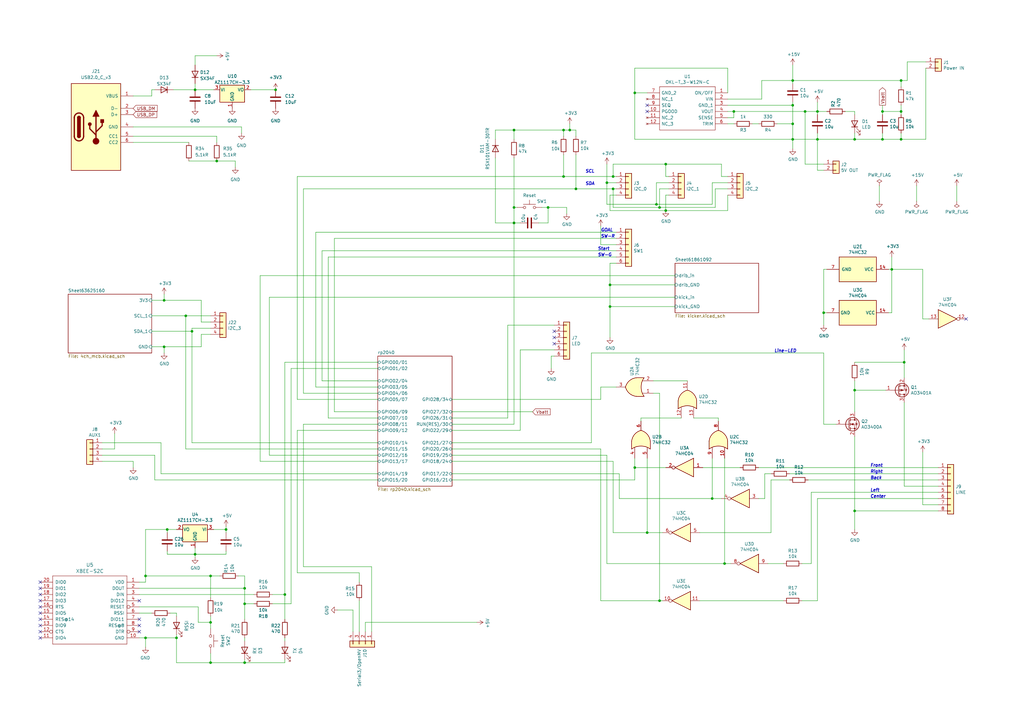
<source format=kicad_sch>
(kicad_sch (version 20211123) (generator eeschema)
  (paper "A3")
  (title_block (title "main board") (date "2022-11-27") (rev "V3.0") (company "Saeki.A"))
  (junction (at 72.39 261.62))
  (junction (at 260.35 191.77))
  (junction (at 325.12 43.18))
  (junction (at 210.82 53.34))
  (junction (at 59.69 261.62))
  (junction (at 113.03 36.83))
  (junction (at 361.95 45.72))
  (junction (at 297.18 231.14))
  (junction (at 251.46 72.39))
  (junction (at 260.35 38.1))
  (junction (at 236.22 77.47))
  (junction (at 233.68 53.34))
  (junction (at 269.24 83.82))
  (junction (at 325.12 57.15))
  (junction (at 250.19 116.84))
  (junction (at 100.33 271.78))
  (junction (at 100.33 247.65))
  (junction (at 224.79 85.09))
  (junction (at 67.31 123.19))
  (junction (at 265.43 218.44))
  (junction (at 231.14 72.39))
  (junction (at 325.12 33.02))
  (junction (at 350.52 160.02))
  (junction (at 350.52 57.15))
  (junction (at 361.95 57.15))
  (junction (at 300.99 45.72))
  (junction (at 335.28 57.15))
  (junction (at 350.52 209.55))
  (junction (at 370.84 148.59))
  (junction (at 86.36 271.78))
  (junction (at 80.01 227.33))
  (junction (at 369.57 57.15))
  (junction (at 248.92 74.93))
  (junction (at 251.46 77.47))
  (junction (at 270.51 246.38))
  (junction (at 59.69 236.22))
  (junction (at 68.58 217.17))
  (junction (at 369.57 33.02))
  (junction (at 86.36 236.22))
  (junction (at 76.2 129.54))
  (junction (at 80.01 36.83))
  (junction (at 292.1 204.47))
  (junction (at 92.71 217.17))
  (junction (at 78.74 135.89))
  (junction (at 335.28 45.72))
  (junction (at 330.2 45.72))
  (junction (at 325.12 50.8))
  (junction (at 369.57 45.72))
  (junction (at 231.14 53.34))
  (junction (at 270.51 85.09))
  (junction (at 273.05 86.36))
  (junction (at 116.84 243.84))
  (junction (at 100.33 241.3))
  (junction (at 210.82 85.09))
  (junction (at 250.19 125.73))
  (junction (at 88.9 66.04))
  (junction (at 67.31 142.24))
  (junction (at 365.76 110.49))
  (junction (at 337.82 128.27))
  (junction (at 273.05 67.31))
  (junction (at 210.82 91.44))
  (junction (at 86.36 255.27))
  (no_connect (at 16.51 248.92))
  (no_connect (at 57.15 246.38))
  (no_connect (at 57.15 259.08))
  (no_connect (at 16.51 251.46))
  (no_connect (at 227.33 140.97))
  (no_connect (at 57.15 256.54))
  (no_connect (at 16.51 259.08))
  (no_connect (at 57.15 254))
  (no_connect (at 16.51 241.3))
  (no_connect (at 265.43 43.18))
  (no_connect (at 16.51 238.76))
  (no_connect (at 16.51 256.54))
  (no_connect (at 396.24 130.81))
  (no_connect (at 227.33 135.89))
  (no_connect (at 227.33 138.43))
  (no_connect (at 16.51 254))
  (no_connect (at 16.51 246.38))
  (no_connect (at 16.51 243.84))
  (no_connect (at 16.51 261.62))
  (no_connect (at 265.43 45.72))
  (wire (pts (xy 335.28 69.85) (xy 337.82 69.85)))
  (wire (pts (xy 41.91 189.23) (xy 54.61 189.23)))
  (wire (pts (xy 325.12 41.91) (xy 325.12 43.18)))
  (wire (pts (xy 110.49 121.92) (xy 110.49 186.69)))
  (wire (pts (xy 250.19 86.36) (xy 273.05 86.36)))
  (wire (pts (xy 82.55 142.24) (xy 82.55 137.16)))
  (wire (pts (xy 335.28 57.15) (xy 350.52 57.15)))
  (wire (pts (xy 76.2 129.54) (xy 62.23 129.54)))
  (wire (pts (xy 116.84 243.84) (xy 116.84 148.59)))
  (wire (pts (xy 59.69 217.17) (xy 59.69 236.22)))
  (wire (pts (xy 68.58 226.06) (xy 68.58 227.33)))
  (wire (pts (xy 86.36 134.62) (xy 78.74 134.62)))
  (wire (pts (xy 62.23 251.46) (xy 57.15 251.46)))
  (wire (pts (xy 267.97 161.29) (xy 270.51 161.29)))
  (wire (pts (xy 316.23 196.85) (xy 316.23 218.44)))
  (wire (pts (xy 279.4 171.45) (xy 262.89 171.45)))
  (wire (pts (xy 298.45 38.1) (xy 298.45 27.94)))
  (wire (pts (xy 82.55 132.08) (xy 86.36 132.08)))
  (wire (pts (xy 76.2 184.15) (xy 76.2 129.54)))
  (wire (pts (xy 116.84 243.84) (xy 111.76 243.84)))
  (wire (pts (xy 370.84 165.1) (xy 370.84 199.39)))
  (wire (pts (xy 231.14 53.34) (xy 233.68 53.34)))
  (wire (pts (xy 72.39 260.35) (xy 72.39 261.62)))
  (wire (pts (xy 360.68 76.2) (xy 360.68 82.55)))
  (wire (pts (xy 350.52 148.59) (xy 370.84 148.59)))
  (wire (pts (xy 96.52 66.04) (xy 96.52 68.58)))
  (wire (pts (xy 288.29 191.77) (xy 303.53 191.77)))
  (wire (pts (xy 236.22 53.34) (xy 236.22 55.88)))
  (wire (pts (xy 332.74 201.93) (xy 332.74 231.14)))
  (wire (pts (xy 325.12 43.18) (xy 325.12 50.8)))
  (wire (pts (xy 57.15 241.3) (xy 100.33 241.3)))
  (wire (pts (xy 330.2 67.31) (xy 337.82 67.31)))
  (wire (pts (xy 78.74 135.89) (xy 62.23 135.89)))
  (wire (pts (xy 41.91 181.61) (xy 66.04 181.61)))
  (wire (pts (xy 365.76 110.49) (xy 365.76 105.41)))
  (wire (pts (xy 210.82 57.15) (xy 210.82 53.34)))
  (wire (pts (xy 262.89 171.45) (xy 262.89 172.72)))
  (wire (pts (xy 378.46 185.42) (xy 378.46 207.01)))
  (wire (pts (xy 260.35 38.1) (xy 260.35 57.15)))
  (wire (pts (xy 369.57 33.02) (xy 369.57 35.56)))
  (wire (pts (xy 100.33 270.51) (xy 100.33 271.78)))
  (wire (pts (xy 231.14 72.39) (xy 251.46 72.39)))
  (wire (pts (xy 260.35 57.15) (xy 325.12 57.15)))
  (wire (pts (xy 242.57 144.78) (xy 337.82 144.78)))
  (wire (pts (xy 41.91 184.15) (xy 46.99 184.15)))
  (wire (pts (xy 185.42 196.85) (xy 260.35 196.85)))
  (wire (pts (xy 260.35 27.94) (xy 260.35 38.1)))
  (wire (pts (xy 72.39 217.17) (xy 68.58 217.17)))
  (wire (pts (xy 124.46 161.29) (xy 154.94 161.29)))
  (wire (pts (xy 325.12 57.15) (xy 335.28 57.15)))
  (wire (pts (xy 129.54 95.25) (xy 129.54 158.75)))
  (wire (pts (xy 300.99 45.72) (xy 330.2 45.72)))
  (wire (pts (xy 248.92 83.82) (xy 269.24 83.82)))
  (wire (pts (xy 233.68 53.34) (xy 236.22 53.34)))
  (wire (pts (xy 331.47 196.85) (xy 384.81 196.85)))
  (wire (pts (xy 68.58 217.17) (xy 59.69 217.17)))
  (wire (pts (xy 210.82 53.34) (xy 231.14 53.34)))
  (wire (pts (xy 392.43 76.2) (xy 392.43 82.55)))
  (wire (pts (xy 121.92 72.39) (xy 231.14 72.39)))
  (wire (pts (xy 62.23 36.83) (xy 63.5 36.83)))
  (wire (pts (xy 384.81 209.55) (xy 350.52 209.55)))
  (wire (pts (xy 252.73 105.41) (xy 134.62 105.41)))
  (wire (pts (xy 124.46 77.47) (xy 236.22 77.47)))
  (wire (pts (xy 273.05 86.36) (xy 273.05 80.01)))
  (wire (pts (xy 78.74 134.62) (xy 78.74 135.89)))
  (wire (pts (xy 270.51 77.47) (xy 270.51 85.09)))
  (wire (pts (xy 325.12 50.8) (xy 325.12 57.15)))
  (wire (pts (xy 63.5 196.85) (xy 154.94 196.85)))
  (wire (pts (xy 378.46 207.01) (xy 384.81 207.01)))
  (wire (pts (xy 97.79 236.22) (xy 100.33 236.22)))
  (wire (pts (xy 121.92 163.83) (xy 121.92 72.39)))
  (wire (pts (xy 116.84 270.51) (xy 116.84 271.78)))
  (wire (pts (xy 251.46 72.39) (xy 252.73 72.39)))
  (wire (pts (xy 350.52 57.15) (xy 361.95 57.15)))
  (wire (pts (xy 233.68 50.8) (xy 233.68 53.34)))
  (wire (pts (xy 384.81 199.39) (xy 370.84 199.39)))
  (wire (pts (xy 69.85 251.46) (xy 72.39 251.46)))
  (wire (pts (xy 54.61 55.88) (xy 88.9 55.88)))
  (wire (pts (xy 248.92 231.14) (xy 297.18 231.14)))
  (wire (pts (xy 57.15 243.84) (xy 104.14 243.84)))
  (wire (pts (xy 100.33 236.22) (xy 100.33 241.3)))
  (wire (pts (xy 132.08 156.21) (xy 154.94 156.21)))
  (wire (pts (xy 246.38 100.33) (xy 246.38 92.71)))
  (wire (pts (xy 325.12 33.02) (xy 369.57 33.02)))
  (wire (pts (xy 110.49 186.69) (xy 154.94 186.69)))
  (wire (pts (xy 147.32 234.95) (xy 147.32 238.76)))
  (wire (pts (xy 132.08 102.87) (xy 132.08 156.21)))
  (wire (pts (xy 116.84 148.59) (xy 154.94 148.59)))
  (wire (pts (xy 372.11 25.4) (xy 379.73 25.4)))
  (wire (pts (xy 185.42 186.69) (xy 248.92 186.69)))
  (wire (pts (xy 287.02 246.38) (xy 321.31 246.38)))
  (wire (pts (xy 335.28 41.91) (xy 335.28 45.72)))
  (wire (pts (xy 292.1 187.96) (xy 292.1 204.47)))
  (wire (pts (xy 337.82 173.99) (xy 342.9 173.99)))
  (wire (pts (xy 242.57 181.61) (xy 242.57 144.78)))
  (wire (pts (xy 361.95 57.15) (xy 369.57 57.15)))
  (wire (pts (xy 350.52 54.61) (xy 350.52 57.15)))
  (wire (pts (xy 337.82 144.78) (xy 337.82 173.99)))
  (wire (pts (xy 325.12 26.67) (xy 325.12 33.02)))
  (wire (pts (xy 81.28 255.27) (xy 86.36 255.27)))
  (wire (pts (xy 116.84 261.62) (xy 116.84 262.89)))
  (wire (pts (xy 251.46 85.09) (xy 270.51 85.09)))
  (wire (pts (xy 62.23 123.19) (xy 67.31 123.19)))
  (wire (pts (xy 339.09 128.27) (xy 337.82 128.27)))
  (wire (pts (xy 121.92 234.95) (xy 121.92 176.53)))
  (wire (pts (xy 137.16 97.79) (xy 252.73 97.79)))
  (wire (pts (xy 81.28 248.92) (xy 81.28 255.27)))
  (wire (pts (xy 337.82 110.49) (xy 337.82 128.27)))
  (wire (pts (xy 124.46 173.99) (xy 154.94 173.99)))
  (wire (pts (xy 248.92 74.93) (xy 248.92 83.82)))
  (wire (pts (xy 298.45 40.64) (xy 312.42 40.64)))
  (wire (pts (xy 106.68 189.23) (xy 154.94 189.23)))
  (wire (pts (xy 273.05 67.31) (xy 273.05 72.39)))
  (wire (pts (xy 246.38 246.38) (xy 270.51 246.38)))
  (wire (pts (xy 87.63 217.17) (xy 92.71 217.17)))
  (wire (pts (xy 92.71 226.06) (xy 92.71 227.33)))
  (wire (pts (xy 298.45 45.72) (xy 300.99 45.72)))
  (wire (pts (xy 384.81 201.93) (xy 332.74 201.93)))
  (wire (pts (xy 236.22 77.47) (xy 251.46 77.47)))
  (wire (pts (xy 78.74 181.61) (xy 154.94 181.61)))
  (wire (pts (xy 210.82 91.44) (xy 210.82 173.99)))
  (wire (pts (xy 80.01 224.79) (xy 80.01 227.33)))
  (wire (pts (xy 72.39 271.78) (xy 72.39 261.62)))
  (wire (pts (xy 116.84 271.78) (xy 100.33 271.78)))
  (wire (pts (xy 72.39 261.62) (xy 59.69 261.62)))
  (wire (pts (xy 323.85 194.31) (xy 384.81 194.31)))
  (wire (pts (xy 254 194.31) (xy 254 204.47)))
  (wire (pts (xy 78.74 181.61) (xy 78.74 135.89)))
  (wire (pts (xy 68.58 227.33) (xy 80.01 227.33)))
  (wire (pts (xy 132.08 102.87) (xy 252.73 102.87)))
  (wire (pts (xy 297.18 187.96) (xy 297.18 231.14)))
  (wire (pts (xy 110.49 121.92) (xy 276.86 121.92)))
  (wire (pts (xy 364.49 110.49) (xy 365.76 110.49)))
  (wire (pts (xy 252.73 100.33) (xy 246.38 100.33)))
  (wire (pts (xy 372.11 33.02) (xy 372.11 25.4)))
  (wire (pts (xy 330.2 45.72) (xy 330.2 67.31)))
  (wire (pts (xy 185.42 163.83) (xy 246.38 163.83)))
  (wire (pts (xy 54.61 189.23) (xy 54.61 191.77)))
  (wire (pts (xy 273.05 67.31) (xy 295.91 67.31)))
  (wire (pts (xy 54.61 52.07) (xy 99.06 52.07)))
  (wire (pts (xy 298.45 86.36) (xy 298.45 80.01)))
  (wire (pts (xy 121.92 163.83) (xy 154.94 163.83)))
  (wire (pts (xy 152.4 232.41) (xy 152.4 259.08)))
  (wire (pts (xy 370.84 148.59) (xy 370.84 154.94)))
  (wire (pts (xy 335.28 204.47) (xy 335.28 246.38)))
  (wire (pts (xy 293.37 77.47) (xy 298.45 77.47)))
  (wire (pts (xy 86.36 271.78) (xy 72.39 271.78)))
  (wire (pts (xy 292.1 204.47) (xy 254 204.47)))
  (wire (pts (xy 100.33 247.65) (xy 100.33 254)))
  (wire (pts (xy 203.2 53.34) (xy 203.2 57.15)))
  (wire (pts (xy 248.92 74.93) (xy 252.73 74.93)))
  (wire (pts (xy 292.1 74.93) (xy 298.45 74.93)))
  (wire (pts (xy 80.01 26.67) (xy 80.01 22.86)))
  (wire (pts (xy 313.69 194.31) (xy 316.23 194.31)))
  (wire (pts (xy 335.28 57.15) (xy 335.28 69.85)))
  (wire (pts (xy 99.06 52.07) (xy 99.06 54.61)))
  (wire (pts (xy 250.19 107.95) (xy 250.19 116.84)))
  (wire (pts (xy 311.15 191.77) (xy 384.81 191.77)))
  (wire (pts (xy 375.92 76.2) (xy 375.92 82.55)))
  (wire (pts (xy 147.32 234.95) (xy 121.92 234.95)))
  (wire (pts (xy 67.31 142.24) (xy 67.31 144.78)))
  (wire (pts (xy 137.16 168.91) (xy 154.94 168.91)))
  (wire (pts (xy 251.46 77.47) (xy 252.73 77.47)))
  (wire (pts (xy 330.2 45.72) (xy 335.28 45.72)))
  (wire (pts (xy 210.82 85.09) (xy 212.09 85.09)))
  (wire (pts (xy 59.69 261.62) (xy 59.69 265.43)))
  (wire (pts (xy 100.33 271.78) (xy 86.36 271.78)))
  (wire (pts (xy 227.33 143.51) (xy 213.36 143.51)))
  (wire (pts (xy 226.06 146.05) (xy 226.06 151.13)))
  (wire (pts (xy 59.69 236.22) (xy 59.69 238.76)))
  (wire (pts (xy 88.9 55.88) (xy 88.9 58.42)))
  (wire (pts (xy 298.45 50.8) (xy 300.99 50.8)))
  (wire (pts (xy 124.46 173.99) (xy 124.46 232.41)))
  (wire (pts (xy 134.62 171.45) (xy 154.94 171.45)))
  (wire (pts (xy 86.36 255.27) (xy 86.36 257.81)))
  (wire (pts (xy 270.51 85.09) (xy 293.37 85.09)))
  (wire (pts (xy 276.86 125.73) (xy 250.19 125.73)))
  (wire (pts (xy 124.46 232.41) (xy 152.4 232.41)))
  (wire (pts (xy 54.61 58.42) (xy 77.47 58.42)))
  (wire (pts (xy 276.86 116.84) (xy 250.19 116.84)))
  (wire (pts (xy 365.76 128.27) (xy 364.49 128.27)))
  (wire (pts (xy 54.61 39.37) (xy 62.23 39.37)))
  (wire (pts (xy 185.42 168.91) (xy 218.44 168.91)))
  (wire (pts (xy 248.92 67.31) (xy 248.92 74.93)))
  (wire (pts (xy 63.5 196.85) (xy 63.5 186.69)))
  (wire (pts (xy 378.46 110.49) (xy 378.46 130.81)))
  (wire (pts (xy 361.95 43.18) (xy 361.95 45.72)))
  (wire (pts (xy 332.74 231.14) (xy 328.93 231.14)))
  (wire (pts (xy 369.57 57.15) (xy 379.73 57.15)))
  (wire (pts (xy 71.12 36.83) (xy 80.01 36.83)))
  (wire (pts (xy 62.23 36.83) (xy 62.23 39.37)))
  (wire (pts (xy 92.71 217.17) (xy 92.71 218.44)))
  (wire (pts (xy 298.45 43.18) (xy 325.12 43.18)))
  (wire (pts (xy 318.77 50.8) (xy 325.12 50.8)))
  (wire (pts (xy 314.96 231.14) (xy 321.31 231.14)))
  (wire (pts (xy 46.99 184.15) (xy 46.99 177.8)))
  (wire (pts (xy 76.2 184.15) (xy 154.94 184.15)))
  (wire (pts (xy 369.57 43.18) (xy 369.57 45.72)))
  (wire (pts (xy 292.1 83.82) (xy 292.1 74.93)))
  (wire (pts (xy 300.99 48.26) (xy 300.99 45.72)))
  (wire (pts (xy 369.57 45.72) (xy 369.57 46.99)))
  (wire (pts (xy 185.42 173.99) (xy 210.82 173.99)))
  (wire (pts (xy 57.15 261.62) (xy 59.69 261.62)))
  (wire (pts (xy 370.84 143.51) (xy 370.84 148.59)))
  (wire (pts (xy 59.69 238.76) (xy 57.15 238.76)))
  (wire (pts (xy 134.62 105.41) (xy 134.62 171.45)))
  (wire (pts (xy 185.42 184.15) (xy 246.38 184.15)))
  (wire (pts (xy 72.39 251.46) (xy 72.39 252.73)))
  (wire (pts (xy 361.95 54.61) (xy 361.95 57.15)))
  (wire (pts (xy 210.82 53.34) (xy 203.2 53.34)))
  (wire (pts (xy 350.52 209.55) (xy 350.52 217.17)))
  (wire (pts (xy 335.28 45.72) (xy 339.09 45.72)))
  (wire (pts (xy 369.57 33.02) (xy 372.11 33.02)))
  (wire (pts (xy 67.31 123.19) (xy 67.31 120.65)))
  (wire (pts (xy 137.16 97.79) (xy 137.16 168.91)))
  (wire (pts (xy 350.52 45.72) (xy 350.52 46.99)))
  (wire (pts (xy 116.84 243.84) (xy 116.84 254)))
  (wire (pts (xy 273.05 80.01) (xy 274.32 80.01)))
  (wire (pts (xy 86.36 236.22) (xy 86.36 245.11)))
  (wire (pts (xy 384.81 204.47) (xy 335.28 204.47)))
  (wire (pts (xy 227.33 133.35) (xy 208.28 133.35)))
  (wire (pts (xy 104.14 247.65) (xy 100.33 247.65)))
  (wire (pts (xy 185.42 194.31) (xy 254 194.31)))
  (wire (pts (xy 260.35 196.85) (xy 260.35 191.77)))
  (wire (pts (xy 251.46 218.44) (xy 265.43 218.44)))
  (wire (pts (xy 378.46 130.81) (xy 381 130.81)))
  (wire (pts (xy 295.91 72.39) (xy 298.45 72.39)))
  (wire (pts (xy 224.79 85.09) (xy 232.41 85.09)))
  (wire (pts (xy 82.55 123.19) (xy 82.55 132.08)))
  (wire (pts (xy 80.01 36.83) (xy 87.63 36.83)))
  (wire (pts (xy 295.91 204.47) (xy 292.1 204.47)))
  (wire (pts (xy 102.87 36.83) (xy 113.03 36.83)))
  (wire (pts (xy 149.86 255.27) (xy 195.58 255.27)))
  (wire (pts (xy 325.12 57.15) (xy 325.12 60.96)))
  (wire (pts (xy 100.33 241.3) (xy 100.33 247.65)))
  (wire (pts (xy 119.38 247.65) (xy 111.76 247.65)))
  (wire (pts (xy 273.05 72.39) (xy 274.32 72.39)))
  (wire (pts (xy 66.04 194.31) (xy 66.04 181.61)))
  (wire (pts (xy 213.36 91.44) (xy 210.82 91.44)))
  (wire (pts (xy 92.71 227.33) (xy 80.01 227.33)))
  (wire (pts (xy 335.28 54.61) (xy 335.28 57.15)))
  (wire (pts (xy 76.2 129.54) (xy 86.36 129.54)))
  (wire (pts (xy 144.78 250.19) (xy 138.43 250.19)))
  (wire (pts (xy 246.38 158.75) (xy 252.73 158.75)))
  (wire (pts (xy 232.41 85.09) (xy 232.41 87.63)))
  (wire (pts (xy 269.24 83.82) (xy 292.1 83.82)))
  (wire (pts (xy 222.25 85.09) (xy 224.79 85.09)))
  (wire (pts (xy 62.23 142.24) (xy 67.31 142.24)))
  (wire (pts (xy 77.47 66.04) (xy 88.9 66.04)))
  (wire (pts (xy 251.46 77.47) (xy 251.46 85.09)))
  (wire (pts (xy 41.91 186.69) (xy 63.5 186.69)))
  (wire (pts (xy 119.38 151.13) (xy 154.94 151.13)))
  (wire (pts (xy 250.19 125.73) (xy 250.19 138.43)))
  (wire (pts (xy 312.42 33.02) (xy 312.42 40.64)))
  (wire (pts (xy 365.76 110.49) (xy 365.76 128.27)))
  (wire (pts (xy 144.78 259.08) (xy 144.78 250.19)))
  (wire (pts (xy 227.33 146.05) (xy 226.06 146.05)))
  (wire (pts (xy 298.45 27.94) (xy 260.35 27.94)))
  (wire (pts (xy 80.01 22.86) (xy 88.9 22.86)))
  (wire (pts (xy 287.02 218.44) (xy 316.23 218.44)))
  (wire (pts (xy 273.05 191.77) (xy 260.35 191.77)))
  (wire (pts (xy 269.24 74.93) (xy 274.32 74.93)))
  (wire (pts (xy 57.15 248.92) (xy 81.28 248.92)))
  (wire (pts (xy 265.43 187.96) (xy 265.43 218.44)))
  (wire (pts (xy 251.46 189.23) (xy 251.46 218.44)))
  (wire (pts (xy 246.38 184.15) (xy 246.38 246.38)))
  (wire (pts (xy 313.69 204.47) (xy 313.69 194.31)))
  (wire (pts (xy 246.38 163.83) (xy 246.38 158.75)))
  (wire (pts (xy 270.51 77.47) (xy 274.32 77.47)))
  (wire (pts (xy 121.92 176.53) (xy 154.94 176.53)))
  (wire (pts (xy 335.28 45.72) (xy 335.28 46.99)))
  (wire (pts (xy 92.71 217.17) (xy 92.71 215.9)))
  (wire (pts (xy 251.46 72.39) (xy 251.46 67.31)))
  (wire (pts (xy 379.73 27.94) (xy 379.73 57.15)))
  (wire (pts (xy 66.04 194.31) (xy 154.94 194.31)))
  (wire (pts (xy 335.28 246.38) (xy 328.93 246.38)))
  (wire (pts (xy 100.33 261.62) (xy 100.33 262.89)))
  (wire (pts (xy 67.31 142.24) (xy 82.55 142.24)))
  (wire (pts (xy 298.45 48.26) (xy 300.99 48.26)))
  (wire (pts (xy 88.9 66.04) (xy 96.52 66.04)))
  (wire (pts (xy 220.98 91.44) (xy 224.79 91.44)))
  (wire (pts (xy 210.82 85.09) (xy 210.82 91.44)))
  (wire (pts (xy 369.57 54.61) (xy 369.57 57.15)))
  (wire (pts (xy 339.09 110.49) (xy 337.82 110.49)))
  (wire (pts (xy 312.42 33.02) (xy 325.12 33.02)))
  (wire (pts (xy 80.01 34.29) (xy 80.01 36.83)))
  (wire (pts (xy 250.19 80.01) (xy 250.19 86.36)))
  (wire (pts (xy 119.38 151.13) (xy 119.38 247.65)))
  (wire (pts (xy 90.17 236.22) (xy 86.36 236.22)))
  (wire (pts (xy 124.46 161.29) (xy 124.46 77.47)))
  (wire (pts (xy 82.55 137.16) (xy 86.36 137.16)))
  (wire (pts (xy 350.52 179.07) (xy 350.52 209.55)))
  (wire (pts (xy 294.64 171.45) (xy 294.64 172.72)))
  (wire (pts (xy 270.51 161.29) (xy 270.51 246.38)))
  (wire (pts (xy 231.14 55.88) (xy 231.14 53.34)))
  (wire (pts (xy 185.42 189.23) (xy 251.46 189.23)))
  (wire (pts (xy 297.18 231.14) (xy 299.72 231.14)))
  (wire (pts (xy 86.36 267.97) (xy 86.36 271.78)))
  (wire (pts (xy 210.82 64.77) (xy 210.82 85.09)))
  (wire (pts (xy 185.42 176.53) (xy 213.36 176.53)))
  (wire (pts (xy 346.71 45.72) (xy 350.52 45.72)))
  (wire (pts (xy 147.32 246.38) (xy 147.32 259.08)))
  (wire (pts (xy 185.42 171.45) (xy 208.28 171.45)))
  (wire (pts (xy 260.35 187.96) (xy 260.35 191.77)))
  (wire (pts (xy 248.92 186.69) (xy 248.92 231.14)))
  (wire (pts (xy 316.23 196.85) (xy 323.85 196.85)))
  (wire (pts (xy 208.28 133.35) (xy 208.28 171.45)))
  (wire (pts (xy 363.22 160.02) (xy 350.52 160.02)))
  (wire (pts (xy 224.79 91.44) (xy 224.79 85.09)))
  (wire (pts (xy 252.73 80.01) (xy 250.19 80.01)))
  (wire (pts (xy 365.76 110.49) (xy 378.46 110.49)))
  (wire (pts (xy 265.43 38.1) (xy 260.35 38.1)))
  (wire (pts (xy 269.24 74.93) (xy 269.24 83.82)))
  (wire (pts (xy 252.73 107.95) (xy 250.19 107.95)))
  (wire (pts (xy 361.95 45.72) (xy 369.57 45.72)))
  (wire (pts (xy 203.2 64.77) (xy 203.2 91.44)))
  (wire (pts (xy 106.68 113.03) (xy 106.68 189.23)))
  (wire (pts (xy 213.36 143.51) (xy 213.36 176.53)))
  (wire (pts (xy 267.97 156.21) (xy 281.94 156.21)))
  (wire (pts (xy 67.31 123.19) (xy 82.55 123.19)))
  (wire (pts (xy 86.36 236.22) (xy 59.69 236.22)))
  (wire (pts (xy 350.52 156.21) (xy 350.52 160.02)))
  (wire (pts (xy 203.2 91.44) (xy 210.82 91.44)))
  (wire (pts (xy 185.42 181.61) (xy 242.57 181.61)))
  (wire (pts (xy 273.05 86.36) (xy 298.45 86.36)))
  (wire (pts (xy 149.86 255.27) (xy 149.86 259.08)))
  (wire (pts (xy 129.54 95.25) (xy 252.73 95.25)))
  (wire (pts (xy 251.46 67.31) (xy 273.05 67.31)))
  (wire (pts (xy 129.54 158.75) (xy 154.94 158.75)))
  (wire (pts (xy 270.51 246.38) (xy 271.78 246.38)))
  (wire (pts (xy 308.61 50.8) (xy 311.15 50.8)))
  (wire (pts (xy 231.14 63.5) (xy 231.14 72.39)))
  (wire (pts (xy 337.82 128.27) (xy 337.82 133.35)))
  (wire (pts (xy 361.95 46.99) (xy 361.95 45.72)))
  (wire (pts (xy 293.37 85.09) (xy 293.37 77.47)))
  (wire (pts (xy 350.52 160.02) (xy 350.52 168.91)))
  (wire (pts (xy 236.22 63.5) (xy 236.22 77.47)))
  (wire (pts (xy 284.48 171.45) (xy 294.64 171.45)))
  (wire (pts (xy 250.19 116.84) (xy 250.19 125.73)))
  (wire (pts (xy 106.68 113.03) (xy 276.86 113.03)))
  (wire (pts (xy 80.01 227.33) (xy 80.01 228.6)))
  (wire (pts (xy 311.15 204.47) (xy 313.69 204.47)))
  (wire (pts (xy 271.78 218.44) (xy 265.43 218.44)))
  (wire (pts (xy 86.36 252.73) (xy 86.36 255.27)))
  (wire (pts (xy 68.58 218.44) (xy 68.58 217.17)))
  (wire (pts (xy 325.12 34.29) (xy 325.12 33.02)))
  (wire (pts (xy 295.91 67.31) (xy 295.91 72.39)))
  (text "SW-G" (at 245.11 105.41 0) (effects (font (size 1.27 1.27) (thickness 0.254) bold italic) (justify left bottom)))
  (text "Line-LED" (at 317.5 144.78 0) (effects (font (size 1.27 1.27) (thickness 0.254) bold italic) (justify left bottom)))
  (text "GOAL" (at 246.38 95.25 0) (effects (font (size 1.27 1.27) (thickness 0.254) bold italic) (justify left bottom)))
  (text "Front" (at 356.87 191.77 0) (effects (font (size 1.27 1.27) (thickness 0.254) bold italic) (justify left bottom)))
  (text "SCL" (at 240.03 71.12 0) (effects (font (size 1.27 1.27) (thickness 0.254) bold italic) (justify left bottom)))
  (text "Center" (at 356.87 204.47 0) (effects (font (size 1.27 1.27) (thickness 0.254) bold italic) (justify left bottom)))
  (text "SDA" (at 240.03 76.2 0) (effects (font (size 1.27 1.27) (thickness 0.254) bold italic) (justify left bottom)))
  (text "Back" (at 356.87 196.85 0) (effects (font (size 1.27 1.27) (thickness 0.254) bold italic) (justify left bottom)))
  (text "Left" (at 356.87 201.93 0) (effects (font (size 1.27 1.27) (thickness 0.254) bold italic) (justify left bottom)))
  (text "Start" (at 245.11 102.87 0) (effects (font (size 1.27 1.27) (thickness 0.254) bold italic) (justify left bottom)))
  (text "Right" (at 356.87 194.31 0) (effects (font (size 1.27 1.27) (thickness 0.254) bold italic) (justify left bottom)))
  (text "SW-R" (at 246.38 97.79 0) (effects (font (size 1.27 1.27) (thickness 0.254) bold italic) (justify left bottom)))
  (global_label "Vbatt" (shape output) (at 361.95 43.18 90) (property "Intersheet References" "${INTERSHEET_REFS}" (effects hide)))
  (global_label "USB_DM" (shape input) (at 54.61 44.45 0) (property "シート間のリファレンス" "${INTERSHEET_REFS}" (effects hide)))
  (global_label "Vbatt" (shape input) (at 218.44 168.91 0) (property "Intersheet References" "${INTERSHEET_REFS}" (effects hide)))
  (global_label "USB_DP" (shape input) (at 54.61 46.99 0) (property "シート間のリファレンス" "${INTERSHEET_REFS}" (effects hide)))
  (symbol (lib_id "Device:C") (at 325.12 38.1 0) (unit 1)
    (property "Reference" "C1" (at 328.041 36.9316 0) (effects (justify left)))
    (property "Value" "10u" (at 328.041 39.243 0) (effects (justify left)))
    (property "Footprint" "Capacitor_SMD:C_0603_1608Metric_Pad1.08x0.95mm_HandSolder" (effects hide))
  )
  (symbol (lib_id "Device:C") (at 335.28 50.8 0) (unit 1)
    (property "Reference" "C2" (at 338.201 49.6316 0) (effects (justify left)))
    (property "Value" "10u" (at 338.201 51.943 0) (effects (justify left)))
    (property "Footprint" "Capacitor_SMD:C_0603_1608Metric_Pad1.08x0.95mm_HandSolder" (effects hide))
  )
  (symbol (lib_id "0.main.mega:OKL-T_6-W12N-C") (at 298.45 38.1 0) (mirror y) (unit 1)
    (property "Reference" "U1" (at 281.94 31.369 0))
    (property "Value" "OKL-T_3-W12N-C" (at 281.94 33.6804 0))
    (property "Footprint" "0.main.robot:OKL-T3-W12N-C" (effects hide))
    (property "Description" "MURATA POWER SOLUTIONS - OKL-T/6-W12N-C - DC/DC CONVERTER, 30W, ADJ OUTPUT" (effects hide))
    (property "Manufacturer_Name" "Murata Electronics" (effects hide))
    (property "Manufacturer_Part_Number" "OKL-T/6-W12N-C" (effects hide))
    (property "Mouser Part Number" "580-OKL-T/6-W12N-C" (effects hide))
    (property "Mouser Price/Stock" "https://www.mouser.com/Search/Refine.aspx?Keyword=580-OKL-T%2F6-W12N-C" (effects hide))
    (property "RS Part Number" "1736944P" (effects hide))
    (property "RS Price/Stock" "http://uk.rs-online.com/web/p/products/1736944P" (effects hide))
  )
  (symbol (lib_id "power:+5V") (at 370.84 143.51 0) (unit 1)
    (property "Reference" "#PWR016" (effects hide))
    (property "Value" "+5V" (at 371.221 139.1158 0))
  )
  (symbol (lib_id "power:GND") (at 350.52 217.17 0) (unit 1)
    (property "Reference" "#PWR023" (effects hide))
    (property "Value" "GND" (at 350.647 221.5642 0))
  )
  (symbol (lib_id "Connector_Generic:Conn_01x04") (at 257.81 74.93 0) (unit 1)
    (property "Reference" "J3" (at 259.842 75.1332 0) (effects (justify left)))
    (property "Value" "I2C_0" (at 259.842 77.4446 0) (effects (justify left)))
    (property "Footprint" "0.main.robot:JSTB4B-ZR" (effects hide))
  )
  (symbol (lib_id "Device:R") (at 231.14 59.69 0) (unit 1)
    (property "Reference" "R6" (at 226.06 58.42 0) (effects (justify left)))
    (property "Value" "10k" (at 226.06 60.96 0) (effects (justify left)))
    (property "Footprint" "Resistor_SMD:R_0603_1608Metric_Pad0.98x0.95mm_HandSolder" (effects hide))
  )
  (symbol (lib_id "Device:R") (at 236.22 59.69 0) (unit 1)
    (property "Reference" "R7" (at 237.998 58.5216 0) (effects (justify left)))
    (property "Value" "10k" (at 237.998 60.833 0) (effects (justify left)))
    (property "Footprint" "Resistor_SMD:R_0603_1608Metric_Pad0.98x0.95mm_HandSolder" (effects hide))
  )
  (symbol (lib_id "power:GND") (at 138.43 250.19 270) (unit 1)
    (property "Reference" "#PWR025" (effects hide))
    (property "Value" "GND" (at 134.0358 250.317 0))
  )
  (symbol (lib_id "power:GND") (at 337.82 133.35 0) (unit 1)
    (property "Reference" "#PWR014" (effects hide))
    (property "Value" "GND" (at 337.947 137.7442 0))
  )
  (symbol (lib_id "Connector_Generic:Conn_01x02") (at 384.81 25.4 0) (unit 1)
    (property "Reference" "J1" (at 386.842 25.6032 0) (effects (justify left)))
    (property "Value" "Power IN" (at 386.842 27.9146 0) (effects (justify left)))
    (property "Footprint" "Connector_JST:JST_XH_B2B-XH-A_1x02_P2.50mm_Vertical" (effects hide))
  )
  (symbol (lib_id "Device:R") (at 304.8 50.8 270) (unit 1)
    (property "Reference" "R3" (at 304.8 53.34 90))
    (property "Value" "1k" (at 304.8 47.8536 90))
    (property "Footprint" "Resistor_THT:R_Axial_DIN0204_L3.6mm_D1.6mm_P5.08mm_Horizontal" (effects hide))
  )
  (symbol (lib_id "Device:R") (at 314.96 50.8 270) (unit 1)
    (property "Reference" "R4" (at 314.96 53.34 90))
    (property "Value" "330" (at 314.96 47.8536 90))
    (property "Footprint" "Resistor_THT:R_Axial_DIN0204_L3.6mm_D1.6mm_P5.08mm_Horizontal" (effects hide))
  )
  (symbol (lib_id "power:GND") (at 325.12 60.96 0) (unit 1)
    (property "Reference" "#PWR04" (effects hide))
    (property "Value" "GND" (at 325.247 65.3542 0))
  )
  (symbol (lib_id "Device:R") (at 342.9 45.72 90) (unit 1)
    (property "Reference" "R2" (at 341.7316 43.942 0) (effects (justify left)))
    (property "Value" "470" (at 344.043 43.942 0) (effects (justify left)))
    (property "Footprint" "Resistor_SMD:R_0603_1608Metric_Pad0.98x0.95mm_HandSolder" (effects hide))
  )
  (symbol (lib_id "power:+5V") (at 335.28 41.91 0) (unit 1)
    (property "Reference" "#PWR02" (effects hide))
    (property "Value" "+5V" (at 335.661 37.5158 0))
  )
  (symbol (lib_id "Connector_Generic:Conn_01x04") (at 149.86 264.16 270) (unit 1)
    (property "Reference" "J10" (at 149.6568 266.192 0) (effects (justify left)))
    (property "Value" "Serial3/OpenMV" (at 147.3454 266.192 0) (effects (justify left)))
    (property "Footprint" "0.main.robot:JSTB4B-ZR" (effects hide))
  )
  (symbol (lib_id "power:+5V") (at 392.43 76.2 0) (unit 1)
    (property "Reference" "#PWR07" (effects hide))
    (property "Value" "+5V" (at 392.811 71.8058 0))
  )
  (symbol (lib_id "power:GND") (at 360.68 82.55 0) (unit 1)
    (property "Reference" "#PWR08" (effects hide))
    (property "Value" "GND" (at 360.807 86.9442 0))
  )
  (symbol (lib_id "power:PWR_FLAG") (at 360.68 76.2 0) (unit 1)
    (property "Reference" "#FLG01" (effects hide))
    (property "Value" "PWR_FLAG" (at 360.68 71.8058 0))
  )
  (symbol (lib_id "power:PWR_FLAG") (at 392.43 82.55 180) (unit 1)
    (property "Reference" "#FLG03" (effects hide))
    (property "Value" "PWR_FLAG" (at 392.43 86.9442 0))
  )
  (symbol (lib_id "74xx:74LS32") (at 260.35 158.75 180) (unit 1)
    (property "Reference" "U2" (at 259.1816 154.178 90) (effects (justify right)))
    (property "Value" "74HC32" (at 261.493 154.178 90) (effects (justify right)))
    (property "Footprint" "0.main.robot:SOP14W" (effects hide))
    (property "Datasheet" "http://www.ti.com/lit/gpn/sn74LS32" (effects hide))
  )
  (symbol (lib_id "74xx:74LS32") (at 262.89 180.34 90) (unit 2)
    (property "Reference" "U2" (at 267.462 179.1716 90) (effects (justify right)))
    (property "Value" "74HC32" (at 267.462 181.483 90) (effects (justify right)))
    (property "Footprint" "0.main.robot:SOP14W" (effects hide))
    (property "Datasheet" "http://www.ti.com/lit/gpn/sn74LS32" (effects hide))
  )
  (symbol (lib_id "74xx:74LS32") (at 294.64 180.34 90) (unit 3)
    (property "Reference" "U2" (at 299.212 179.1716 90) (effects (justify right)))
    (property "Value" "74HC32" (at 299.212 181.483 90) (effects (justify right)))
    (property "Footprint" "0.main.robot:SOP14W" (effects hide))
    (property "Datasheet" "http://www.ti.com/lit/gpn/sn74LS32" (effects hide))
  )
  (symbol (lib_id "Device:R") (at 369.57 50.8 0) (unit 1)
    (property "Reference" "R5" (at 371.348 49.6316 0) (effects (justify left)))
    (property "Value" "10k" (at 371.348 51.943 0) (effects (justify left)))
    (property "Footprint" "Resistor_SMD:R_0603_1608Metric_Pad0.98x0.95mm_HandSolder" (effects hide))
  )
  (symbol (lib_id "Device:R") (at 369.57 39.37 0) (unit 1)
    (property "Reference" "R1" (at 371.348 38.2016 0) (effects (justify left)))
    (property "Value" "47k" (at 371.348 40.513 0) (effects (justify left)))
    (property "Footprint" "Resistor_SMD:R_0603_1608Metric_Pad0.98x0.95mm_HandSolder" (effects hide))
  )
  (symbol (lib_id "Device:C") (at 361.95 50.8 0) (unit 1)
    (property "Reference" "C3" (at 364.871 49.6316 0) (effects (justify left)))
    (property "Value" "10u" (at 364.871 51.943 0) (effects (justify left)))
    (property "Footprint" "Capacitor_SMD:C_0603_1608Metric_Pad1.08x0.95mm_HandSolder" (effects hide))
  )
  (symbol (lib_id "Device:Q_NMOS_GSD") (at 347.98 173.99 0) (unit 1)
    (property "Reference" "Q2" (at 353.2124 172.8216 0) (effects (justify left)))
    (property "Value" "AO3400A" (at 353.2124 175.133 0) (effects (justify left)))
    (property "Footprint" "Package_TO_SOT_SMD:SOT-23_Handsoldering" (effects hide))
  )
  (symbol (lib_id "Connector_Generic:Conn_01x04") (at 279.4 74.93 0) (unit 1)
    (property "Reference" "J4" (at 281.432 75.1332 0) (effects (justify left)))
    (property "Value" "I2C_1" (at 281.432 77.4446 0) (effects (justify left)))
    (property "Footprint" "0.main.robot:JSTB4B-ZR" (effects hide))
  )
  (symbol (lib_id "Switch:SW_Push") (at 217.17 85.09 0) (unit 1)
    (property "Reference" "SW1" (at 222.25 82.55 0))
    (property "Value" "Reset" (at 217.17 80.1624 0))
    (property "Footprint" "0.main.robot:THAU13-AB-R" (effects hide))
  )
  (symbol (lib_id "74xx:74HC04") (at 280.67 191.77 0) (mirror y) (unit 1)
    (property "Reference" "U3" (at 280.67 183.7182 0))
    (property "Value" "74HC04" (at 280.67 186.0296 0))
    (property "Footprint" "0.main.robot:SOP14W" (effects hide))
    (property "Datasheet" "https://assets.nexperia.com/documents/data-sheet/74HC_HCT04.pdf" (effects hide))
  )
  (symbol (lib_id "74xx:74HC04") (at 303.53 204.47 0) (mirror y) (unit 2)
    (property "Reference" "U3" (at 303.53 196.4182 0))
    (property "Value" "74HC04" (at 303.53 198.7296 0))
    (property "Footprint" "0.main.robot:SOP14W" (effects hide))
    (property "Datasheet" "https://assets.nexperia.com/documents/data-sheet/74HC_HCT04.pdf" (effects hide))
  )
  (symbol (lib_id "74xx:74HC04") (at 279.4 218.44 0) (mirror y) (unit 3)
    (property "Reference" "U3" (at 279.4 210.3882 0))
    (property "Value" "74HC04" (at 279.4 212.6996 0))
    (property "Footprint" "0.main.robot:SOP14W" (effects hide))
    (property "Datasheet" "https://assets.nexperia.com/documents/data-sheet/74HC_HCT04.pdf" (effects hide))
  )
  (symbol (lib_id "74xx:74HC04") (at 307.34 231.14 0) (mirror y) (unit 4)
    (property "Reference" "U3" (at 307.34 223.0882 0))
    (property "Value" "74HC04" (at 307.34 225.3996 0))
    (property "Footprint" "0.main.robot:SOP14W" (effects hide))
    (property "Datasheet" "https://assets.nexperia.com/documents/data-sheet/74HC_HCT04.pdf" (effects hide))
  )
  (symbol (lib_id "74xx:74HC04") (at 351.79 128.27 270) (unit 7)
    (property "Reference" "U3" (at 351.79 118.9482 90))
    (property "Value" "74HC04" (at 351.79 121.2596 90))
    (property "Footprint" "0.main.robot:SOP14W" (effects hide))
    (property "Datasheet" "https://assets.nexperia.com/documents/data-sheet/74HC_HCT04.pdf" (effects hide))
  )
  (symbol (lib_id "power:GND") (at 232.41 87.63 0) (unit 1)
    (property "Reference" "#PWR010" (effects hide))
    (property "Value" "GND" (at 232.537 92.0242 0))
  )
  (symbol (lib_id "74xx:74HC04") (at 388.62 130.81 0) (unit 6)
    (property "Reference" "U3" (at 388.62 122.7582 0))
    (property "Value" "74HC04" (at 388.62 125.0696 0))
    (property "Footprint" "0.main.robot:SOP14W" (effects hide))
    (property "Datasheet" "https://assets.nexperia.com/documents/data-sheet/74HC_HCT04.pdf" (effects hide))
  )
  (symbol (lib_id "74xx:74HC04") (at 279.4 246.38 0) (mirror y) (unit 5)
    (property "Reference" "U3" (at 279.4 238.3282 0))
    (property "Value" "74HC04" (at 279.4 240.6396 0))
    (property "Footprint" "0.main.robot:SOP14W" (effects hide))
    (property "Datasheet" "https://assets.nexperia.com/documents/data-sheet/74HC_HCT04.pdf" (effects hide))
  )
  (symbol (lib_id "74xx:74LS32") (at 281.94 163.83 90) (unit 4)
    (property "Reference" "U2" (at 286.512 162.6616 90) (effects (justify right)))
    (property "Value" "74HC32" (at 286.512 164.973 90) (effects (justify right)))
    (property "Footprint" "0.main.robot:SOP14W" (effects hide))
    (property "Datasheet" "http://www.ti.com/lit/gpn/sn74LS32" (effects hide))
  )
  (symbol (lib_id "power:+3V3") (at 365.76 105.41 0) (unit 1)
    (property "Reference" "#PWR012" (effects hide))
    (property "Value" "+3V3" (at 366.141 101.0158 0))
  )
  (symbol (lib_id "power:+3V3") (at 378.46 185.42 0) (unit 1)
    (property "Reference" "#PWR020" (effects hide))
    (property "Value" "+3V3" (at 378.841 181.0258 0))
  )
  (symbol (lib_id "power:+3V3") (at 233.68 50.8 0) (unit 1)
    (property "Reference" "#PWR03" (effects hide))
    (property "Value" "+3V3" (at 234.061 46.4058 0))
  )
  (symbol (lib_id "Device:LED") (at 350.52 50.8 90) (unit 1)
    (property "Reference" "D1" (at 353.4918 49.8094 90) (effects (justify right)))
    (property "Value" "LED" (at 353.4918 52.1208 90) (effects (justify right)))
    (property "Footprint" "0.main.robot:LED_SMLE13WBC8W1" (effects hide))
  )
  (symbol (lib_id "power:+5V") (at 195.58 255.27 270) (unit 1)
    (property "Reference" "#PWR026" (effects hide))
    (property "Value" "+5V" (at 199.9742 255.651 0))
  )
  (symbol (lib_id "74xx:74LS32") (at 351.79 110.49 270) (unit 5)
    (property "Reference" "U2" (at 351.79 101.1682 90))
    (property "Value" "74HC32" (at 351.79 103.4796 90))
    (property "Footprint" "0.main.robot:SOP14W" (effects hide))
    (property "Datasheet" "http://www.ti.com/lit/gpn/sn74LS32" (effects hide))
  )
  (symbol (lib_id "Connector_Generic:Conn_01x08") (at 389.89 199.39 0) (unit 1)
    (property "Reference" "J9" (at 391.922 199.5932 0) (effects (justify left)))
    (property "Value" "LINE" (at 391.922 201.9046 0) (effects (justify left)))
    (property "Footprint" "0.main.robot:JSTB8B-ZR" (effects hide))
  )
  (symbol (lib_id "power:GND") (at 273.05 86.36 0) (unit 1)
    (property "Reference" "#PWR09" (effects hide))
    (property "Value" "GND" (at 273.177 90.7542 0))
  )
  (symbol (lib_id "power:GND") (at 250.19 138.43 0) (unit 1)
    (property "Reference" "#PWR015" (effects hide))
    (property "Value" "GND" (at 250.317 142.8242 0))
  )
  (symbol (lib_id "Connector_Generic:Conn_01x06") (at 257.81 100.33 0) (unit 1)
    (property "Reference" "J6" (at 259.842 100.5332 0) (effects (justify left)))
    (property "Value" "SW1" (at 259.842 102.8446 0) (effects (justify left)))
    (property "Footprint" "0.main.robot:JSTB6B-ZR" (effects hide))
  )
  (symbol (lib_id "power:+15V") (at 325.12 26.67 0) (unit 1)
    (property "Reference" "#PWR01" (effects hide))
    (property "Value" "+15V" (at 325.501 22.2758 0))
  )
  (symbol (lib_id "power:+15V") (at 375.92 76.2 0) (unit 1)
    (property "Reference" "#PWR06" (effects hide))
    (property "Value" "+15V" (at 376.301 71.8058 0))
  )
  (symbol (lib_id "power:PWR_FLAG") (at 375.92 82.55 180) (unit 1)
    (property "Reference" "#FLG02" (effects hide))
    (property "Value" "PWR_FLAG" (at 375.92 86.9442 0))
  )
  (symbol (lib_id "Device:R") (at 93.98 236.22 90) (mirror x) (unit 1)
    (property "Reference" "R14" (at 92.71 231.14 0) (effects (justify left)))
    (property "Value" "10k" (at 95.25 231.14 0) (effects (justify left)))
    (property "Footprint" "Resistor_SMD:R_0603_1608Metric_Pad0.98x0.95mm_HandSolder" (effects hide))
  )
  (symbol (lib_id "power:GND") (at 59.69 265.43 0) (mirror y) (unit 1)
    (property "Reference" "#PWR027" (effects hide))
    (property "Value" "GND" (at 59.563 269.8242 0))
  )
  (symbol (lib_id "Device:R") (at 107.95 243.84 90) (mirror x) (unit 1)
    (property "Reference" "R16" (at 107.95 238.5822 90))
    (property "Value" "10k" (at 107.95 240.8936 90))
    (property "Footprint" "Resistor_SMD:R_0603_1608Metric_Pad0.98x0.95mm_HandSolder" (effects hide))
  )
  (symbol (lib_id "Device:R") (at 107.95 247.65 90) (mirror x) (unit 1)
    (property "Reference" "R18" (at 107.95 252.73 90))
    (property "Value" "10k" (at 107.95 250.19 90))
    (property "Footprint" "Resistor_SMD:R_0603_1608Metric_Pad0.98x0.95mm_HandSolder" (effects hide))
  )
  (symbol (lib_id "0.main.robot.library:XBEE-S2C") (at 36.83 248.92 0) (mirror y) (unit 1)
    (property "Reference" "U5" (at 36.83 231.6988 0) (effects (font (size 1.4224 1.4224))))
    (property "Value" "XBEE-S2C" (at 36.83 234.2388 0) (effects (font (size 1.4224 1.4224))))
    (property "Footprint" "0.main.robot:XBEE-S2C" (effects hide))
  )
  (symbol (lib_id "Device:LED") (at 72.39 256.54 90) (unit 1)
    (property "Reference" "D2" (at 78.867 256.7178 0))
    (property "Value" "RSSI" (at 76.5556 256.7178 0))
    (property "Footprint" "LED_SMD:LED_0603_1608Metric_Pad1.05x0.95mm_HandSolder" (effects hide))
  )
  (symbol (lib_id "Device:R") (at 66.04 251.46 90) (mirror x) (unit 1)
    (property "Reference" "R20" (at 64.8716 253.238 0) (effects (justify left)))
    (property "Value" "470" (at 67.183 253.238 0) (effects (justify left)))
    (property "Footprint" "Resistor_SMD:R_0603_1608Metric_Pad0.98x0.95mm_HandSolder" (effects hide))
  )
  (symbol (lib_id "Device:LED") (at 100.33 266.7 90) (unit 1)
    (property "Reference" "D3" (at 106.807 266.8778 0))
    (property "Value" "RX" (at 104.4956 266.8778 0))
    (property "Footprint" "LED_SMD:LED_0603_1608Metric_Pad1.05x0.95mm_HandSolder" (effects hide))
  )
  (symbol (lib_id "Device:R") (at 100.33 257.81 0) (mirror y) (unit 1)
    (property "Reference" "R21" (at 98.552 256.6416 0) (effects (justify left)))
    (property "Value" "470" (at 98.552 258.953 0) (effects (justify left)))
    (property "Footprint" "Resistor_SMD:R_0603_1608Metric_Pad0.98x0.95mm_HandSolder" (effects hide))
  )
  (symbol (lib_id "Device:LED") (at 116.84 266.7 90) (unit 1)
    (property "Reference" "D4" (at 123.317 266.8778 0))
    (property "Value" "TX" (at 121.0056 266.8778 0))
    (property "Footprint" "LED_SMD:LED_0603_1608Metric_Pad1.05x0.95mm_HandSolder" (effects hide))
  )
  (symbol (lib_id "Device:R") (at 116.84 257.81 0) (mirror y) (unit 1)
    (property "Reference" "R22" (at 115.062 256.6416 0) (effects (justify left)))
    (property "Value" "470" (at 115.062 258.953 0) (effects (justify left)))
    (property "Footprint" "Resistor_SMD:R_0603_1608Metric_Pad0.98x0.95mm_HandSolder" (effects hide))
  )
  (symbol (lib_id "Connector_Generic:Conn_01x04") (at 36.83 184.15 0) (mirror y) (unit 1)
    (property "Reference" "J8" (at 38.9128 176.0982 0))
    (property "Value" "AUX1" (at 38.9128 178.4096 0))
    (property "Footprint" "0.main.robot:JSTB4B-ZR" (effects hide))
  )
  (symbol (lib_id "power:GND") (at 54.61 191.77 0) (unit 1)
    (property "Reference" "#PWR021" (effects hide))
    (property "Value" "GND" (at 54.737 196.1642 0))
  )
  (symbol (lib_id "power:+3V3") (at 246.38 92.71 0) (unit 1)
    (property "Reference" "#PWR011" (effects hide))
    (property "Value" "+3V3" (at 246.761 88.3158 0))
  )
  (symbol (lib_id "Regulator_Linear:AZ1084-2.85") (at 80.01 217.17 0) (mirror y) (unit 1)
    (property "Reference" "U4" (at 80.01 211.0232 0))
    (property "Value" "AZ1117CH-3.3" (at 80.01 213.3346 0))
    (property "Footprint" "Package_TO_SOT_SMD:SOT-223-3_TabPin2" (effects hide))
    (property "Datasheet" "https://www.diodes.com/assets/Datasheets/AZ1084.pdf" (effects hide))
  )
  (symbol (lib_id "power:GND") (at 80.01 228.6 0) (unit 1)
    (property "Reference" "#PWR024" (effects hide))
    (property "Value" "GND" (at 80.137 232.9942 0))
  )
  (symbol (lib_id "power:+5V") (at 92.71 215.9 0) (unit 1)
    (property "Reference" "#PWR022" (effects hide))
    (property "Value" "+5V" (at 93.091 211.5058 0))
  )
  (symbol (lib_id "Device:C") (at 92.71 222.25 0) (unit 1)
    (property "Reference" "C5" (at 95.631 221.0816 0) (effects (justify left)))
    (property "Value" "10u" (at 95.631 223.393 0) (effects (justify left)))
    (property "Footprint" "Capacitor_SMD:C_0603_1608Metric_Pad1.08x0.95mm_HandSolder" (effects hide))
  )
  (symbol (lib_id "Device:R") (at 307.34 191.77 90) (mirror x) (unit 1)
    (property "Reference" "R10" (at 307.34 186.5122 90))
    (property "Value" "10k" (at 307.34 188.8236 90))
    (property "Footprint" "Resistor_SMD:R_0603_1608Metric_Pad0.98x0.95mm_HandSolder" (effects hide))
  )
  (symbol (lib_id "Device:R") (at 320.04 194.31 90) (mirror x) (unit 1)
    (property "Reference" "R11" (at 320.04 189.0522 90))
    (property "Value" "10k" (at 320.04 191.3636 90))
    (property "Footprint" "Resistor_SMD:R_0603_1608Metric_Pad0.98x0.95mm_HandSolder" (effects hide))
  )
  (symbol (lib_id "Device:R") (at 327.66 196.85 90) (mirror x) (unit 1)
    (property "Reference" "R12" (at 327.66 191.5922 90))
    (property "Value" "10k" (at 327.66 193.9036 90))
    (property "Footprint" "Resistor_SMD:R_0603_1608Metric_Pad0.98x0.95mm_HandSolder" (effects hide))
  )
  (symbol (lib_id "Device:R") (at 325.12 231.14 90) (mirror x) (unit 1)
    (property "Reference" "R13" (at 325.12 225.8822 90))
    (property "Value" "10k" (at 325.12 228.1936 90))
    (property "Footprint" "Resistor_SMD:R_0603_1608Metric_Pad0.98x0.95mm_HandSolder" (effects hide))
  )
  (symbol (lib_id "Device:R") (at 325.12 246.38 90) (mirror x) (unit 1)
    (property "Reference" "R17" (at 325.12 241.1222 90))
    (property "Value" "10k" (at 325.12 243.4336 90))
    (property "Footprint" "Resistor_SMD:R_0603_1608Metric_Pad0.98x0.95mm_HandSolder" (effects hide))
  )
  (symbol (lib_id "Device:R") (at 210.82 60.96 0) (unit 1)
    (property "Reference" "R8" (at 212.598 59.7916 0) (effects (justify left)))
    (property "Value" "47k" (at 212.598 62.103 0) (effects (justify left)))
    (property "Footprint" "Resistor_SMD:R_0603_1608Metric_Pad0.98x0.95mm_HandSolder" (effects hide))
  )
  (symbol (lib_id "Device:R") (at 147.32 242.57 0) (mirror y) (unit 1)
    (property "Reference" "R15" (at 145.542 241.4016 0) (effects (justify left)))
    (property "Value" "10k" (at 145.542 243.713 0) (effects (justify left)))
    (property "Footprint" "Resistor_SMD:R_0603_1608Metric_Pad0.98x0.95mm_HandSolder" (effects hide))
  )
  (symbol (lib_id "Switch:SW_Push") (at 86.36 262.89 270) (unit 1)
    (property "Reference" "SW2" (at 93.599 262.89 0))
    (property "Value" "Reset" (at 91.2876 262.89 0))
    (property "Footprint" "0.main.robot:THAU13-AB-R" (effects hide))
  )
  (symbol (lib_id "Device:R") (at 86.36 248.92 0) (mirror y) (unit 1)
    (property "Reference" "R19" (at 91.44 247.65 0) (effects (justify left)))
    (property "Value" "10k" (at 91.44 250.19 0) (effects (justify left)))
    (property "Footprint" "Resistor_SMD:R_0603_1608Metric_Pad0.98x0.95mm_HandSolder" (effects hide))
  )
  (symbol (lib_id "Device:Q_PMOS_GSD") (at 368.3 160.02 0) (mirror x) (unit 1)
    (property "Reference" "Q1" (at 373.507 158.8516 0) (effects (justify left)))
    (property "Value" "AO3401A" (at 373.507 161.163 0) (effects (justify left)))
    (property "Footprint" "Package_TO_SOT_SMD:SOT-23_Handsoldering" (effects hide))
  )
  (symbol (lib_id "power:+3V3") (at 46.99 177.8 0) (unit 1)
    (property "Reference" "#PWR019" (effects hide))
    (property "Value" "+3V3" (at 47.371 173.4058 0))
  )
  (symbol (lib_id "Device:R") (at 350.52 152.4 0) (mirror y) (unit 1)
    (property "Reference" "R9" (at 355.7778 152.4 90))
    (property "Value" "10k" (at 353.4664 152.4 90))
    (property "Footprint" "Resistor_SMD:R_0603_1608Metric_Pad0.98x0.95mm_HandSolder" (effects hide))
  )
  (symbol (lib_id "Device:C") (at 217.17 91.44 270) (unit 1)
    (property "Reference" "C4" (at 219.71 87.63 0) (effects (justify left)))
    (property "Value" "10u" (at 214.63 87.63 0) (effects (justify left)))
    (property "Footprint" "Capacitor_SMD:C_0603_1608Metric_Pad1.08x0.95mm_HandSolder" (effects hide))
  )
  (symbol (lib_id "Connector_Generic:Conn_01x04") (at 303.53 74.93 0) (unit 1)
    (property "Reference" "J5" (at 305.562 75.1332 0) (effects (justify left)))
    (property "Value" "I2C_2" (at 305.562 77.4446 0) (effects (justify left)))
    (property "Footprint" "0.main.robot:JSTB4B-ZR" (effects hide))
  )
  (symbol (lib_id "Connector_Generic:Conn_01x02") (at 342.9 67.31 0) (unit 1)
    (property "Reference" "J2" (at 344.932 67.5132 0) (effects (justify left)))
    (property "Value" "5V OUT" (at 344.932 69.8246 0) (effects (justify left)))
    (property "Footprint" "Connector_JST:JST_XH_B2B-XH-A_1x02_P2.50mm_Vertical" (effects hide))
  )
  (symbol (lib_id "Connector_Generic:Conn_01x06") (at 232.41 138.43 0) (unit 1)
    (property "Reference" "J7" (at 234.442 138.6332 0) (effects (justify left)))
    (property "Value" "LED" (at 234.442 140.9446 0) (effects (justify left)))
    (property "Footprint" "0.main.robot:JSTB6B-ZR" (effects hide))
  )
  (symbol (lib_id "power:GND") (at 226.06 151.13 0) (unit 1)
    (property "Reference" "#PWR018" (effects hide))
    (property "Value" "GND" (at 226.187 155.5242 0))
  )
  (symbol (lib_id "power:GND") (at 67.31 144.78 0) (unit 1)
    (property "Reference" "#PWR017" (effects hide))
    (property "Value" "GND" (at 67.437 149.1742 0))
  )
  (symbol (lib_id "power:+3V3") (at 67.31 120.65 0) (unit 1)
    (property "Reference" "#PWR013" (effects hide))
    (property "Value" "+3V3" (at 67.691 116.2558 0))
  )
  (symbol (lib_id "Device:C") (at 113.03 40.64 0) (unit 1)
    (property "Reference" "C12" (at 116.84 39.3699 0) (effects (justify left)))
    (property "Value" "10uF" (at 116.84 41.9099 0) (effects (justify left)))
    (property "Footprint" "Capacitor_SMD:C_0603_1608Metric_Pad1.08x0.95mm_HandSolder" (effects hide))
  )
  (symbol (lib_id "Connector_Generic:Conn_01x04") (at 91.44 132.08 0) (unit 1)
    (property "Reference" "J22" (at 93.472 132.2832 0) (effects (justify left)))
    (property "Value" "I2C_3" (at 93.472 134.5946 0) (effects (justify left)))
    (property "Footprint" "0.main.robot:JSTB4B-ZR" (effects hide))
  )
  (symbol (lib_id "Diode:1N4001") (at 203.2 60.96 270) (unit 1)
    (property "Reference" "D11" (at 197.6882 60.96 0))
    (property "Value" "RSX101VAM-30TR" (at 199.9996 60.96 0))
    (property "Footprint" "Diode_SMD:D_SMA" (effects hide))
    (property "Datasheet" "http://www.vishay.com/docs/88503/1n4001.pdf" (effects hide))
  )
  (symbol (lib_id "power:+3V3") (at 248.92 67.31 0) (unit 1)
    (property "Reference" "#PWR05" (effects hide))
    (property "Value" "+3V3" (at 249.301 62.9158 0))
  )
  (symbol (lib_id "power:GND") (at 99.06 54.61 0) (unit 1)
    (property "Reference" "#PWR049" (effects hide))
    (property "Value" "GND" (at 99.06 59.69 0))
  )
  (symbol (lib_id "Device:C") (at 68.58 222.25 0) (unit 1)
    (property "Reference" "C26" (at 71.501 221.0816 0) (effects (justify left)))
    (property "Value" "10u" (at 71.501 223.393 0) (effects (justify left)))
    (property "Footprint" "Capacitor_SMD:C_0603_1608Metric_Pad1.08x0.95mm_HandSolder" (effects hide))
  )
  (symbol (lib_id "power:GND") (at 113.03 44.45 0) (unit 1)
    (property "Reference" "#PWR046" (effects hide))
    (property "Value" "GND" (at 113.03 49.53 0))
  )
  (symbol (lib_id "Device:R") (at 77.47 62.23 0) (mirror y) (unit 1)
    (property "Reference" "R34" (at 80.01 60.96 0) (effects (justify right)))
    (property "Value" "5.1kR" (at 80.01 63.5 0) (effects (justify right)))
    (property "Footprint" "Resistor_SMD:R_0603_1608Metric_Pad0.98x0.95mm_HandSolder" (effects hide))
  )
  (symbol (lib_id "Regulator_Linear:AZ1117-3.3") (at 95.25 36.83 0) (unit 1)
    (property "Reference" "U10" (at 95.25 31.2252 0))
    (property "Value" "AZ1117CH-3.3" (at 95.25 33.7621 0))
    (property "Footprint" "Package_TO_SOT_SMD:SOT-223-3_TabPin2" (effects hide))
    (property "Datasheet" "https://www.diodes.com/assets/Datasheets/AZ1117.pdf" (effects hide))
  )
  (symbol (lib_id "power:GND") (at 96.52 68.58 0) (unit 1)
    (property "Reference" "#PWR053" (effects hide))
    (property "Value" "GND" (at 96.52 73.66 0))
  )
  (symbol (lib_id "Device:C") (at 80.01 40.64 0) (unit 1)
    (property "Reference" "C8" (at 83.82 39.3699 0) (effects (justify left)))
    (property "Value" "10uF" (at 83.82 41.9099 0) (effects (justify left)))
    (property "Footprint" "Capacitor_SMD:C_0603_1608Metric_Pad1.08x0.95mm_HandSolder" (effects hide))
  )
  (symbol (lib_id "rp2040-dev-board:USB2.0_C_v3") (at 39.37 52.07 0) (unit 1)
    (property "Reference" "J21" (at 39.37 29.21 0))
    (property "Value" "USB2.0_C_v3" (at 39.37 31.75 0))
    (property "Footprint" "rp2040-dev-board:USB-C-12-Pin-MidMount-ali-v4" (effects hide))
    (property "Datasheet" "https://www.usb.org/sites/default/files/documents/usb_type-c.zip" (effects hide))
  )
  (symbol (lib_id "power:+5V") (at 88.9 22.86 270) (unit 1)
    (property "Reference" "#PWR041" (effects hide))
    (property "Value" "+5V" (at 93.2942 23.241 0))
  )
  (symbol (lib_id "Device:R") (at 88.9 62.23 0) (unit 1)
    (property "Reference" "R35" (at 91.44 60.9599 0) (effects (justify left)))
    (property "Value" "5.1kR" (at 91.44 63.5 0) (effects (justify left)))
    (property "Footprint" "Resistor_SMD:R_0603_1608Metric_Pad0.98x0.95mm_HandSolder" (effects hide))
  )
  (symbol (lib_id "power:GND") (at 80.01 44.45 0) (unit 1)
    (property "Reference" "#PWR044" (effects hide))
    (property "Value" "GND" (at 80.01 49.53 0))
  )
  (symbol (lib_id "Device:D") (at 67.31 36.83 180) (unit 1)
    (property "Reference" "D13" (at 67.31 31.8602 0))
    (property "Value" "SX34F" (at 67.31 34.3971 0))
    (property "Footprint" "Diode_SMD:D_SMA" (effects hide))
  )
  (symbol (lib_id "Device:D") (at 80.01 30.48 90) (unit 1)
    (property "Reference" "D12" (at 82.042 29.6453 90) (effects (justify right)))
    (property "Value" "SX34F" (at 82.042 32.1822 90) (effects (justify right)))
    (property "Footprint" "Diode_SMD:D_SMA" (effects hide))
  )
  (symbol (lib_id "power:+3V3") (at 113.03 36.83 0) (unit 1)
    (property "Reference" "#PWR042" (effects hide))
    (property "Value" "+3V3" (at 113.03 31.75 0))
  )
  (symbol (lib_id "power:GND") (at 95.25 44.45 0) (unit 1)
    (property "Reference" "#PWR045" (effects hide))
    (property "Value" "GND" (at 95.25 49.53 0))
  )
  (sheet (at 276.86 107.95) (size 34.29 20.32)
    (property "Sheet name" "Sheet61861092" (at 276.86 107.2384 0) (effects (justify left bottom)))
    (property "Sheet file" "kicker.kicad_sch" (at 276.86 128.8546 0) (effects (justify left top)))
    (pin "kick_in" input (at 276.86 121.92 180))
    (pin "kick_GND" input (at 276.86 125.73 180))
    (pin "drib_in" input (at 276.86 113.03 180))
    (pin "drib_GND" input (at 276.86 116.84 180))
  )
  (sheet (at 27.94 120.65) (size 34.29 24.13)
    (property "Sheet name" "Sheet63625160" (at 27.94 119.9384 0) (effects (justify left bottom)))
    (property "Sheet file" "4ch_mcb.kicad_sch" (at 27.94 145.3646 0) (effects (justify left top)))
    (pin "SCL_1" input (at 62.23 129.54 0))
    (pin "SDA_1" input (at 62.23 135.89 0))
    (pin "3V3" input (at 62.23 123.19 0))
    (pin "GND" input (at 62.23 142.24 0))
  )
  (sheet (at 154.94 146.05) (size 30.48 53.34) (stroke (width 0.1524))
    (property "Sheet name" "rp2040" (at 154.94 145.3384 0) (effects (justify left bottom)))
    (property "Sheet file" "rp2040.kicad_sch" (at 154.94 199.9746 0) (effects (justify left top)))
    (pin "GPIO27{slash}32" bidirectional (at 185.42 168.91 0))
    (pin "GPIO26{slash}31" bidirectional (at 185.42 171.45 0))
    (pin "GPIO28{slash}34" bidirectional (at 185.42 163.83 0))
    (pin "GPIO20{slash}26" bidirectional (at 185.42 184.15 0))
    (pin "GPIO21{slash}27" bidirectional (at 185.42 181.61 0))
    (pin "GPIO22{slash}29" bidirectional (at 185.42 176.53 0))
    (pin "GPIO17{slash}22" bidirectional (at 185.42 194.31 0))
    (pin "GPIO14{slash}19" bidirectional (at 154.94 194.31 180))
    (pin "GPIO18{slash}24" bidirectional (at 185.42 189.23 0))
    (pin "GPIO19{slash}25" bidirectional (at 185.42 186.69 0))
    (pin "GPIO16{slash}21" bidirectional (at 185.42 196.85 0))
    (pin "GPIO15{slash}20" bidirectional (at 154.94 196.85 180))
    (pin "GPIO09{slash}12" bidirectional (at 154.94 176.53 180))
    (pin "GPIO12{slash}16" bidirectional (at 154.94 186.69 180))
    (pin "GPIO13{slash}17" bidirectional (at 154.94 189.23 180))
    (pin "GPIO10{slash}14" bidirectional (at 154.94 181.61 180))
    (pin "GPIO11{slash}15" bidirectional (at 154.94 184.15 180))
    (pin "GPIO08{slash}11" bidirectional (at 154.94 173.99 180))
    (pin "GPIO05{slash}07" bidirectional (at 154.94 163.83 180))
    (pin "GPIO06{slash}09" bidirectional (at 154.94 168.91 180))
    (pin "GPIO04{slash}06" bidirectional (at 154.94 161.29 180))
    (pin "GPIO03{slash}05" bidirectional (at 154.94 158.75 180))
    (pin "GPIO07{slash}10" bidirectional (at 154.94 171.45 180))
    (pin "GPIO02{slash}04" bidirectional (at 154.94 156.21 180))
    (pin "RUN(RES){slash}30" input (at 185.42 173.99 0))
    (pin "GPIO00{slash}01" bidirectional (at 154.94 148.59 180))
    (pin "GPIO01{slash}02" bidirectional (at 154.94 151.13 180))
  )
)
</source>
